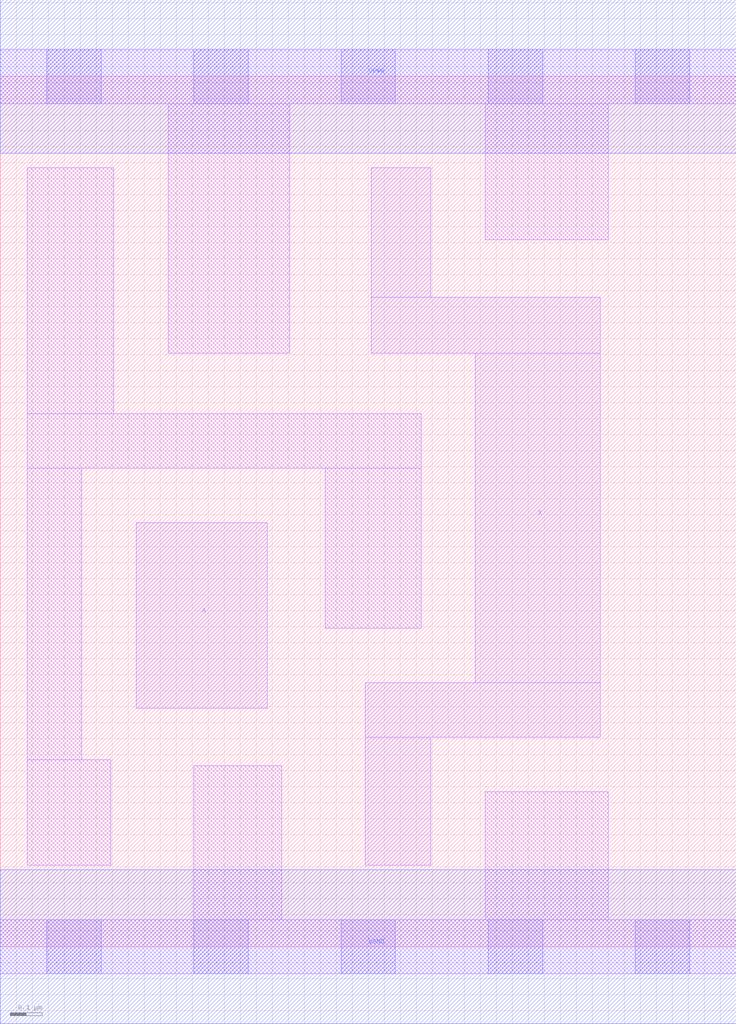
<source format=lef>
# Copyright 2020 The SkyWater PDK Authors
#
# Licensed under the Apache License, Version 2.0 (the "License");
# you may not use this file except in compliance with the License.
# You may obtain a copy of the License at
#
#     https://www.apache.org/licenses/LICENSE-2.0
#
# Unless required by applicable law or agreed to in writing, software
# distributed under the License is distributed on an "AS IS" BASIS,
# WITHOUT WARRANTIES OR CONDITIONS OF ANY KIND, either express or implied.
# See the License for the specific language governing permissions and
# limitations under the License.
#
# SPDX-License-Identifier: Apache-2.0

VERSION 5.7 ;
  NOWIREEXTENSIONATPIN ON ;
  DIVIDERCHAR "/" ;
  BUSBITCHARS "[]" ;
UNITS
  DATABASE MICRONS 200 ;
END UNITS
PROPERTYDEFINITIONS
  MACRO maskLayoutSubType STRING ;
  MACRO prCellType STRING ;
  MACRO originalViewName STRING ;
END PROPERTYDEFINITIONS
MACRO sky130_fd_sc_hdll__clkbuf_2
  CLASS CORE ;
  FOREIGN sky130_fd_sc_hdll__clkbuf_2 ;
  ORIGIN  0.000000  0.000000 ;
  SIZE  2.300000 BY  2.720000 ;
  SYMMETRY X Y R90 ;
  SITE unithd ;
  PIN A
    ANTENNAGATEAREA  0.243000 ;
    DIRECTION INPUT ;
    USE SIGNAL ;
    PORT
      LAYER li1 ;
        RECT 0.425000 0.745000 0.835000 1.325000 ;
    END
  END A
  PIN X
    ANTENNADIFFAREA  0.445400 ;
    DIRECTION OUTPUT ;
    USE SIGNAL ;
    PORT
      LAYER li1 ;
        RECT 1.140000 0.255000 1.345000 0.655000 ;
        RECT 1.140000 0.655000 1.875000 0.825000 ;
        RECT 1.160000 1.855000 1.875000 2.030000 ;
        RECT 1.160000 2.030000 1.345000 2.435000 ;
        RECT 1.485000 0.825000 1.875000 1.855000 ;
    END
  END X
  PIN VGND
    DIRECTION INOUT ;
    USE GROUND ;
    PORT
      LAYER met1 ;
        RECT 0.000000 -0.240000 2.300000 0.240000 ;
    END
  END VGND
  PIN VPWR
    DIRECTION INOUT ;
    USE POWER ;
    PORT
      LAYER met1 ;
        RECT 0.000000 2.480000 2.300000 2.960000 ;
    END
  END VPWR
  OBS
    LAYER li1 ;
      RECT 0.000000 -0.085000 2.300000 0.085000 ;
      RECT 0.000000  2.635000 2.300000 2.805000 ;
      RECT 0.085000  0.255000 0.345000 0.585000 ;
      RECT 0.085000  0.585000 0.255000 1.495000 ;
      RECT 0.085000  1.495000 1.315000 1.665000 ;
      RECT 0.085000  1.665000 0.355000 2.435000 ;
      RECT 0.525000  1.855000 0.905000 2.635000 ;
      RECT 0.605000  0.085000 0.880000 0.565000 ;
      RECT 1.015000  0.995000 1.315000 1.495000 ;
      RECT 1.515000  0.085000 1.900000 0.485000 ;
      RECT 1.515000  2.210000 1.900000 2.635000 ;
    LAYER mcon ;
      RECT 0.145000 -0.085000 0.315000 0.085000 ;
      RECT 0.145000  2.635000 0.315000 2.805000 ;
      RECT 0.605000 -0.085000 0.775000 0.085000 ;
      RECT 0.605000  2.635000 0.775000 2.805000 ;
      RECT 1.065000 -0.085000 1.235000 0.085000 ;
      RECT 1.065000  2.635000 1.235000 2.805000 ;
      RECT 1.525000 -0.085000 1.695000 0.085000 ;
      RECT 1.525000  2.635000 1.695000 2.805000 ;
      RECT 1.985000 -0.085000 2.155000 0.085000 ;
      RECT 1.985000  2.635000 2.155000 2.805000 ;
  END
  PROPERTY maskLayoutSubType "abstract" ;
  PROPERTY prCellType "standard" ;
  PROPERTY originalViewName "layout" ;
END sky130_fd_sc_hdll__clkbuf_2
END LIBRARY

</source>
